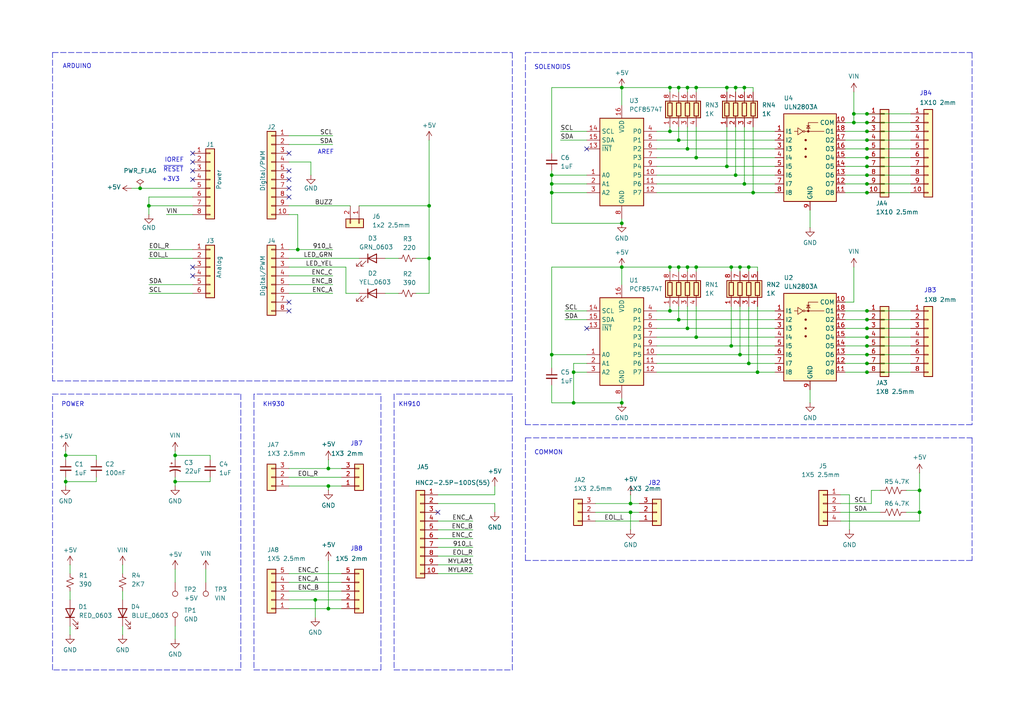
<source format=kicad_sch>
(kicad_sch (version 20250114) (generator "eeschema") (generator_version "9.0")
  (paper "A4")
  (title_block (title "AYAB arduino_shield_smd") (date "2025-04-16") (rev "1.5THT") (company "AYAB Project"))
  (text "ARDUINO" (at 22.352 19.304 0) (effects (font (size 1.27 1.27))))
  (text "KH910" (at 115.57 118.11 0) (effects (font (size 1.27 1.27)) (justify left bottom)))
  (text "SOLENOIDS" (at 154.94 20.32 0) (effects (font (size 1.27 1.27)) (justify left bottom)))
  (text "+3V3" (at 49.53 52.07 0) (effects (font (size 1.27 1.27))))
  (text "AREF" (at 94.488 44.196 0) (effects (font (size 1.27 1.27))))
  (text "JB8" (at 101.6 160.02 0) (effects (font (size 1.27 1.27)) (justify left bottom)))
  (text "JB3" (at 267.97 85.09 0) (effects (font (size 1.27 1.27)) (justify left bottom)))
  (text "~{RESET}" (at 50.292 49.276 0) (effects (font (size 1.27 1.27))))
  (text "JB4" (at 266.7 27.94 0) (effects (font (size 1.27 1.27)) (justify left bottom)))
  (text "POWER" (at 17.78 118.11 0) (effects (font (size 1.27 1.27)) (justify left bottom)))
  (text "JB2" (at 187.96 140.97 0) (effects (font (size 1.27 1.27)) (justify left bottom)))
  (text "COMMON" (at 154.94 132.08 0) (effects (font (size 1.27 1.27)) (justify left bottom)))
  (text "KH930" (at 76.2 118.11 0) (effects (font (size 1.27 1.27)) (justify left bottom)))
  (text "JB7" (at 101.6 129.54 0) (effects (font (size 1.27 1.27)) (justify left bottom)))
  (text "IOREF" (at 50.546 46.482 0) (effects (font (size 1.27 1.27))))
  (junction (at 199.39 77.47))
  (junction (at 199.39 25.4))
  (junction (at 166.37 116.84))
  (junction (at 160.02 55.88))
  (junction (at 214.63 102.87))
  (junction (at 40.64 54.61))
  (junction (at 218.44 55.88))
  (junction (at 124.46 59.69))
  (junction (at 160.02 53.34))
  (junction (at 180.34 116.84))
  (junction (at 214.63 77.47))
  (junction (at 50.8 139.7))
  (junction (at 219.71 107.95))
  (junction (at 251.46 38.1))
  (junction (at 201.93 97.79))
  (junction (at 180.34 64.77))
  (junction (at 251.46 107.95))
  (junction (at 201.93 45.72))
  (junction (at 251.46 53.34))
  (junction (at 180.34 25.4))
  (junction (at 217.17 77.47))
  (junction (at 160.02 50.8))
  (junction (at 251.46 105.41))
  (junction (at 196.85 25.4))
  (junction (at 213.36 25.4))
  (junction (at 251.46 48.26))
  (junction (at 210.82 25.4))
  (junction (at 196.85 92.71))
  (junction (at 251.46 90.17))
  (junction (at 124.46 74.93))
  (junction (at 199.39 43.18))
  (junction (at 19.05 132.08))
  (junction (at 160.02 102.87))
  (junction (at 251.46 95.25))
  (junction (at 213.36 50.8))
  (junction (at 217.17 105.41))
  (junction (at 212.09 100.33))
  (junction (at 196.85 40.64))
  (junction (at 215.9 25.4))
  (junction (at 251.46 35.56))
  (junction (at 251.46 45.72))
  (junction (at 91.44 173.99))
  (junction (at 251.46 55.88))
  (junction (at 247.65 33.02))
  (junction (at 251.46 40.64))
  (junction (at 166.37 107.95))
  (junction (at 194.31 38.1))
  (junction (at 194.31 25.4))
  (junction (at 196.85 77.47))
  (junction (at 247.65 35.56))
  (junction (at 182.88 148.59))
  (junction (at 201.93 77.47))
  (junction (at 95.25 140.97))
  (junction (at 86.36 72.39))
  (junction (at 19.05 139.7))
  (junction (at 199.39 95.25))
  (junction (at 95.25 135.89))
  (junction (at 180.34 77.47))
  (junction (at 266.7 148.59))
  (junction (at 43.18 59.69))
  (junction (at 251.46 50.8))
  (junction (at 182.88 146.05))
  (junction (at 194.31 90.17))
  (junction (at 50.8 132.08))
  (junction (at 210.82 48.26))
  (junction (at 194.31 77.47))
  (junction (at 251.46 97.79))
  (junction (at 201.93 25.4))
  (junction (at 212.09 77.47))
  (junction (at 266.7 142.24))
  (junction (at 251.46 33.02))
  (junction (at 251.46 102.87))
  (junction (at 215.9 53.34))
  (junction (at 251.46 92.71))
  (junction (at 251.46 100.33))
  (junction (at 95.25 176.53))
  (junction (at 251.46 43.18))
  (no_connect (at 55.88 46.99))
  (no_connect (at 55.88 80.01))
  (no_connect (at 83.82 87.63))
  (no_connect (at 127 148.59))
  (no_connect (at 83.82 52.07))
  (no_connect (at 170.18 95.25))
  (no_connect (at 170.18 43.18))
  (no_connect (at 55.88 52.07))
  (no_connect (at 83.82 57.15))
  (no_connect (at 83.82 90.17))
  (no_connect (at 55.88 44.45))
  (no_connect (at 55.88 77.47))
  (no_connect (at 83.82 49.53))
  (no_connect (at 55.88 49.53))
  (no_connect (at 83.82 54.61))
  (no_connect (at 83.82 44.45))
  (polyline (pts (xy 73.66 114.3) (xy 73.66 194.31)) (stroke (width 0) (type dash)))
  (wire (pts (xy 199.39 25.4) (xy 201.93 25.4)))
  (wire (pts (xy 245.11 92.71) (xy 251.46 92.71)))
  (wire (pts (xy 214.63 77.47) (xy 214.63 78.74)))
  (wire (pts (xy 143.51 140.97) (xy 143.51 143.51)))
  (wire (pts (xy 219.71 88.9) (xy 219.71 107.95)))
  (wire (pts (xy 99.06 140.97) (xy 95.25 140.97)))
  (wire (pts (xy 199.39 36.83) (xy 199.39 43.18)))
  (wire (pts (xy 160.02 77.47) (xy 180.34 77.47)))
  (wire (pts (xy 245.11 48.26) (xy 251.46 48.26)))
  (wire (pts (xy 127 151.13) (xy 137.16 151.13)))
  (wire (pts (xy 196.85 88.9) (xy 196.85 92.71)))
  (wire (pts (xy 245.11 102.87) (xy 251.46 102.87)))
  (wire (pts (xy 180.34 77.47) (xy 194.31 77.47)))
  (wire (pts (xy 219.71 77.47) (xy 219.71 78.74)))
  (wire (pts (xy 251.46 38.1) (xy 264.16 38.1)))
  (wire (pts (xy 185.42 151.13) (xy 172.72 151.13)))
  (wire (pts (xy 166.37 107.95) (xy 170.18 107.95)))
  (wire (pts (xy 194.31 38.1) (xy 190.5 38.1)))
  (wire (pts (xy 182.88 148.59) (xy 182.88 153.67)))
  (wire (pts (xy 127 161.29) (xy 137.16 161.29)))
  (polyline (pts (xy 69.85 114.3) (xy 69.85 194.31)) (stroke (width 0) (type dash)))
  (wire (pts (xy 199.39 77.47) (xy 199.39 78.74)))
  (wire (pts (xy 166.37 116.84) (xy 180.34 116.84)))
  (wire (pts (xy 50.8 139.7) (xy 50.8 140.97)))
  (wire (pts (xy 190.5 48.26) (xy 210.82 48.26)))
  (wire (pts (xy 19.05 132.08) (xy 19.05 133.35)))
  (wire (pts (xy 201.93 25.4) (xy 201.93 26.67)))
  (wire (pts (xy 234.95 60.96) (xy 234.95 66.04)))
  (polyline (pts (xy 114.3 114.3) (xy 114.3 194.31)) (stroke (width 0) (type dash)))
  (wire (pts (xy 201.93 77.47) (xy 212.09 77.47)))
  (wire (pts (xy 38.1 54.61) (xy 40.64 54.61)))
  (wire (pts (xy 60.96 133.35) (xy 60.96 132.08)))
  (wire (pts (xy 252.73 142.24) (xy 252.73 146.05)))
  (wire (pts (xy 180.34 77.47) (xy 180.34 82.55)))
  (wire (pts (xy 83.82 41.91) (xy 96.52 41.91)))
  (wire (pts (xy 180.34 25.4) (xy 180.34 30.48)))
  (wire (pts (xy 251.46 100.33) (xy 264.16 100.33)))
  (wire (pts (xy 124.46 74.93) (xy 124.46 85.09)))
  (wire (pts (xy 35.56 171.45) (xy 35.56 173.99)))
  (polyline (pts (xy 281.94 127) (xy 281.94 162.56)) (stroke (width 0) (type dash)))
  (wire (pts (xy 160.02 50.8) (xy 170.18 50.8)))
  (wire (pts (xy 162.56 38.1) (xy 170.18 38.1)))
  (wire (pts (xy 247.65 33.02) (xy 251.46 33.02)))
  (wire (pts (xy 212.09 100.33) (xy 224.79 100.33)))
  (wire (pts (xy 83.82 85.09) (xy 96.52 85.09)))
  (wire (pts (xy 99.06 171.45) (xy 83.82 171.45)))
  (wire (pts (xy 245.11 105.41) (xy 251.46 105.41)))
  (wire (pts (xy 199.39 25.4) (xy 199.39 26.67)))
  (wire (pts (xy 190.5 102.87) (xy 214.63 102.87)))
  (wire (pts (xy 194.31 77.47) (xy 196.85 77.47)))
  (wire (pts (xy 243.84 143.51) (xy 246.38 143.51)))
  (wire (pts (xy 213.36 50.8) (xy 224.79 50.8)))
  (wire (pts (xy 264.16 53.34) (xy 251.46 53.34)))
  (wire (pts (xy 160.02 55.88) (xy 160.02 64.77)))
  (wire (pts (xy 190.5 40.64) (xy 196.85 40.64)))
  (wire (pts (xy 264.16 43.18) (xy 251.46 43.18)))
  (wire (pts (xy 194.31 25.4) (xy 194.31 26.67)))
  (wire (pts (xy 266.7 142.24) (xy 266.7 148.59)))
  (wire (pts (xy 196.85 40.64) (xy 224.79 40.64)))
  (polyline (pts (xy 15.24 15.24) (xy 148.59 15.24)) (stroke (width 0) (type dash)))
  (wire (pts (xy 83.82 140.97) (xy 95.25 140.97)))
  (wire (pts (xy 95.25 140.97) (xy 95.25 142.24)))
  (wire (pts (xy 247.65 35.56) (xy 251.46 35.56)))
  (wire (pts (xy 199.39 43.18) (xy 224.79 43.18)))
  (wire (pts (xy 160.02 53.34) (xy 160.02 55.88)))
  (wire (pts (xy 210.82 36.83) (xy 210.82 48.26)))
  (wire (pts (xy 245.11 45.72) (xy 251.46 45.72)))
  (wire (pts (xy 262.89 142.24) (xy 266.7 142.24)))
  (polyline (pts (xy 15.24 194.31) (xy 15.24 114.3)) (stroke (width 0) (type dash)))
  (wire (pts (xy 43.18 59.69) (xy 55.88 59.69)))
  (wire (pts (xy 247.65 33.02) (xy 247.65 35.56)))
  (wire (pts (xy 95.25 133.35) (xy 95.25 135.89)))
  (wire (pts (xy 163.83 92.71) (xy 170.18 92.71)))
  (wire (pts (xy 218.44 36.83) (xy 218.44 55.88)))
  (wire (pts (xy 194.31 36.83) (xy 194.31 38.1)))
  (wire (pts (xy 160.02 25.4) (xy 180.34 25.4)))
  (wire (pts (xy 194.31 90.17) (xy 224.79 90.17)))
  (wire (pts (xy 120.65 74.93) (xy 124.46 74.93)))
  (wire (pts (xy 190.5 107.95) (xy 219.71 107.95)))
  (polyline (pts (xy 148.59 114.3) (xy 114.3 114.3)) (stroke (width 0) (type dash)))
  (wire (pts (xy 35.56 163.83) (xy 35.56 166.37)))
  (wire (pts (xy 194.31 88.9) (xy 194.31 90.17)))
  (wire (pts (xy 50.8 138.43) (xy 50.8 139.7)))
  (wire (pts (xy 199.39 88.9) (xy 199.39 95.25)))
  (wire (pts (xy 55.88 57.15) (xy 43.18 57.15)))
  (wire (pts (xy 111.76 74.93) (xy 115.57 74.93)))
  (wire (pts (xy 215.9 36.83) (xy 215.9 53.34)))
  (wire (pts (xy 83.82 72.39) (xy 86.36 72.39)))
  (wire (pts (xy 20.32 171.45) (xy 20.32 173.99)))
  (wire (pts (xy 160.02 111.76) (xy 160.02 116.84)))
  (wire (pts (xy 86.36 72.39) (xy 96.52 72.39)))
  (wire (pts (xy 19.05 130.81) (xy 19.05 132.08)))
  (wire (pts (xy 50.8 132.08) (xy 60.96 132.08)))
  (wire (pts (xy 83.82 77.47) (xy 100.33 77.47)))
  (wire (pts (xy 127 158.75) (xy 137.16 158.75)))
  (wire (pts (xy 43.18 59.69) (xy 43.18 62.23)))
  (wire (pts (xy 160.02 102.87) (xy 170.18 102.87)))
  (wire (pts (xy 190.5 43.18) (xy 199.39 43.18)))
  (wire (pts (xy 217.17 88.9) (xy 217.17 105.41)))
  (wire (pts (xy 243.84 148.59) (xy 255.27 148.59)))
  (wire (pts (xy 251.46 102.87) (xy 264.16 102.87)))
  (wire (pts (xy 50.8 181.61) (xy 50.8 185.42)))
  (wire (pts (xy 100.33 85.09) (xy 104.14 85.09)))
  (wire (pts (xy 245.11 97.79) (xy 251.46 97.79)))
  (wire (pts (xy 215.9 25.4) (xy 215.9 26.67)))
  (polyline (pts (xy 152.4 162.56) (xy 152.4 127)) (stroke (width 0) (type dash)))
  (wire (pts (xy 27.94 138.43) (xy 27.94 139.7)))
  (wire (pts (xy 19.05 139.7) (xy 19.05 140.97)))
  (wire (pts (xy 245.11 38.1) (xy 251.46 38.1)))
  (wire (pts (xy 245.11 53.34) (xy 251.46 53.34)))
  (wire (pts (xy 196.85 77.47) (xy 196.85 78.74)))
  (wire (pts (xy 251.46 92.71) (xy 264.16 92.71)))
  (wire (pts (xy 162.56 40.64) (xy 170.18 40.64)))
  (wire (pts (xy 170.18 90.17) (xy 163.83 90.17)))
  (wire (pts (xy 251.46 105.41) (xy 264.16 105.41)))
  (wire (pts (xy 182.88 146.05) (xy 182.88 143.51)))
  (wire (pts (xy 215.9 25.4) (xy 218.44 25.4)))
  (wire (pts (xy 201.93 45.72) (xy 224.79 45.72)))
  (wire (pts (xy 83.82 135.89) (xy 95.25 135.89)))
  (wire (pts (xy 247.65 87.63) (xy 245.11 87.63)))
  (wire (pts (xy 50.8 165.1) (xy 50.8 168.91)))
  (wire (pts (xy 83.82 59.69) (xy 101.6 59.69)))
  (wire (pts (xy 251.46 97.79) (xy 264.16 97.79)))
  (wire (pts (xy 214.63 88.9) (xy 214.63 102.87)))
  (polyline (pts (xy 69.85 194.31) (xy 15.24 194.31)) (stroke (width 0) (type dash)))
  (wire (pts (xy 201.93 88.9) (xy 201.93 97.79)))
  (wire (pts (xy 264.16 50.8) (xy 251.46 50.8)))
  (wire (pts (xy 35.56 181.61) (xy 35.56 184.15)))
  (wire (pts (xy 48.26 62.23) (xy 55.88 62.23)))
  (wire (pts (xy 196.85 25.4) (xy 199.39 25.4)))
  (wire (pts (xy 99.06 173.99) (xy 91.44 173.99)))
  (wire (pts (xy 212.09 77.47) (xy 214.63 77.47)))
  (wire (pts (xy 160.02 53.34) (xy 170.18 53.34)))
  (wire (pts (xy 243.84 151.13) (xy 266.7 151.13)))
  (wire (pts (xy 245.11 43.18) (xy 251.46 43.18)))
  (wire (pts (xy 160.02 102.87) (xy 160.02 106.68)))
  (polyline (pts (xy 148.59 15.24) (xy 148.59 110.49)) (stroke (width 0) (type dash)))
  (wire (pts (xy 180.34 115.57) (xy 180.34 116.84)))
  (wire (pts (xy 245.11 90.17) (xy 251.46 90.17)))
  (wire (pts (xy 143.51 146.05) (xy 127 146.05)))
  (wire (pts (xy 251.46 107.95) (xy 264.16 107.95)))
  (wire (pts (xy 266.7 137.16) (xy 266.7 142.24)))
  (polyline (pts (xy 281.94 123.19) (xy 152.4 123.19)) (stroke (width 0) (type dash)))
  (wire (pts (xy 212.09 88.9) (xy 212.09 100.33)))
  (wire (pts (xy 218.44 55.88) (xy 224.79 55.88)))
  (wire (pts (xy 190.5 100.33) (xy 212.09 100.33)))
  (wire (pts (xy 190.5 50.8) (xy 213.36 50.8)))
  (wire (pts (xy 215.9 53.34) (xy 224.79 53.34)))
  (wire (pts (xy 190.5 90.17) (xy 194.31 90.17)))
  (wire (pts (xy 160.02 44.45) (xy 160.02 25.4)))
  (wire (pts (xy 19.05 138.43) (xy 19.05 139.7)))
  (wire (pts (xy 143.51 146.05) (xy 143.51 148.59)))
  (polyline (pts (xy 152.4 127) (xy 281.94 127)) (stroke (width 0) (type dash)))
  (wire (pts (xy 234.95 113.03) (xy 234.95 116.84)))
  (wire (pts (xy 210.82 25.4) (xy 213.36 25.4)))
  (wire (pts (xy 201.93 36.83) (xy 201.93 45.72)))
  (wire (pts (xy 252.73 146.05) (xy 243.84 146.05)))
  (wire (pts (xy 210.82 48.26) (xy 224.79 48.26)))
  (wire (pts (xy 196.85 25.4) (xy 196.85 26.67)))
  (wire (pts (xy 160.02 116.84) (xy 166.37 116.84)))
  (polyline (pts (xy 15.24 110.49) (xy 15.24 15.24)) (stroke (width 0) (type dash)))
  (wire (pts (xy 90.17 46.99) (xy 90.17 50.8)))
  (wire (pts (xy 127 163.83) (xy 137.16 163.83)))
  (wire (pts (xy 83.82 62.23) (xy 86.36 62.23)))
  (wire (pts (xy 83.82 166.37) (xy 99.06 166.37)))
  (wire (pts (xy 127 153.67) (xy 137.16 153.67)))
  (wire (pts (xy 127 166.37) (xy 137.16 166.37)))
  (wire (pts (xy 247.65 87.63) (xy 247.65 77.47)))
  (wire (pts (xy 83.82 74.93) (xy 104.14 74.93)))
  (wire (pts (xy 83.82 168.91) (xy 99.06 168.91)))
  (wire (pts (xy 166.37 105.41) (xy 166.37 107.95)))
  (wire (pts (xy 245.11 40.64) (xy 251.46 40.64)))
  (wire (pts (xy 170.18 105.41) (xy 166.37 105.41)))
  (wire (pts (xy 111.76 85.09) (xy 115.57 85.09)))
  (wire (pts (xy 99.06 135.89) (xy 95.25 135.89)))
  (wire (pts (xy 245.11 95.25) (xy 251.46 95.25)))
  (wire (pts (xy 224.79 38.1) (xy 194.31 38.1)))
  (wire (pts (xy 55.88 72.39) (xy 43.18 72.39)))
  (wire (pts (xy 160.02 49.53) (xy 160.02 50.8)))
  (wire (pts (xy 27.94 133.35) (xy 27.94 132.08)))
  (wire (pts (xy 43.18 57.15) (xy 43.18 59.69)))
  (wire (pts (xy 219.71 107.95) (xy 224.79 107.95)))
  (polyline (pts (xy 15.24 114.3) (xy 69.85 114.3)) (stroke (width 0) (type dash)))
  (wire (pts (xy 100.33 77.47) (xy 100.33 85.09)))
  (wire (pts (xy 245.11 107.95) (xy 251.46 107.95)))
  (wire (pts (xy 245.11 35.56) (xy 247.65 35.56)))
  (wire (pts (xy 86.36 62.23) (xy 86.36 72.39)))
  (wire (pts (xy 214.63 102.87) (xy 224.79 102.87)))
  (wire (pts (xy 95.25 176.53) (xy 99.06 176.53)))
  (wire (pts (xy 217.17 77.47) (xy 217.17 78.74)))
  (wire (pts (xy 50.8 130.81) (xy 50.8 132.08)))
  (wire (pts (xy 50.8 139.7) (xy 60.96 139.7)))
  (wire (pts (xy 212.09 78.74) (xy 212.09 77.47)))
  (wire (pts (xy 262.89 148.59) (xy 266.7 148.59)))
  (wire (pts (xy 190.5 92.71) (xy 196.85 92.71)))
  (wire (pts (xy 251.46 33.02) (xy 264.16 33.02)))
  (wire (pts (xy 20.32 163.83) (xy 20.32 166.37)))
  (polyline (pts (xy 110.49 194.31) (xy 110.49 114.3)) (stroke (width 0) (type dash)))
  (wire (pts (xy 252.73 142.24) (xy 255.27 142.24)))
  (wire (pts (xy 251.46 95.25) (xy 264.16 95.25)))
  (wire (pts (xy 160.02 50.8) (xy 160.02 53.34)))
  (wire (pts (xy 199.39 95.25) (xy 224.79 95.25)))
  (wire (pts (xy 124.46 59.69) (xy 124.46 74.93)))
  (polyline (pts (xy 152.4 15.24) (xy 281.94 15.24)) (stroke (width 0) (type dash)))
  (polyline (pts (xy 281.94 162.56) (xy 152.4 162.56)) (stroke (width 0) (type dash)))
  (wire (pts (xy 196.85 77.47) (xy 199.39 77.47)))
  (polyline (pts (xy 148.59 194.31) (xy 148.59 114.3)) (stroke (width 0) (type dash)))
  (wire (pts (xy 180.34 63.5) (xy 180.34 64.77)))
  (wire (pts (xy 196.85 36.83) (xy 196.85 40.64)))
  (wire (pts (xy 251.46 48.26) (xy 264.16 48.26)))
  (wire (pts (xy 91.44 173.99) (xy 83.82 173.99)))
  (wire (pts (xy 59.69 165.1) (xy 59.69 168.91)))
  (wire (pts (xy 172.72 146.05) (xy 182.88 146.05)))
  (wire (pts (xy 83.82 138.43) (xy 99.06 138.43)))
  (wire (pts (xy 214.63 77.47) (xy 217.17 77.47)))
  (wire (pts (xy 50.8 132.08) (xy 50.8 133.35)))
  (wire (pts (xy 251.46 40.64) (xy 264.16 40.64)))
  (wire (pts (xy 247.65 26.67) (xy 247.65 33.02)))
  (wire (pts (xy 143.51 143.51) (xy 127 143.51)))
  (wire (pts (xy 251.46 45.72) (xy 264.16 45.72)))
  (wire (pts (xy 217.17 77.47) (xy 219.71 77.47)))
  (wire (pts (xy 218.44 25.4) (xy 218.44 26.67)))
  (polyline (pts (xy 110.49 114.3) (xy 73.66 114.3)) (stroke (width 0) (type dash)))
  (wire (pts (xy 40.64 54.61) (xy 55.88 54.61)))
  (wire (pts (xy 104.14 59.69) (xy 124.46 59.69)))
  (wire (pts (xy 60.96 138.43) (xy 60.96 139.7)))
  (wire (pts (xy 217.17 105.41) (xy 224.79 105.41)))
  (wire (pts (xy 264.16 55.88) (xy 251.46 55.88)))
  (wire (pts (xy 194.31 25.4) (xy 196.85 25.4)))
  (wire (pts (xy 213.36 25.4) (xy 213.36 26.67)))
  (wire (pts (xy 182.88 148.59) (xy 185.42 148.59)))
  (polyline (pts (xy 73.66 194.31) (xy 110.49 194.31)) (stroke (width 0) (type dash)))
  (wire (pts (xy 201.93 25.4) (xy 210.82 25.4)))
  (wire (pts (xy 190.5 45.72) (xy 201.93 45.72)))
  (wire (pts (xy 210.82 25.4) (xy 210.82 26.67)))
  (wire (pts (xy 194.31 78.74) (xy 194.31 77.47)))
  (wire (pts (xy 199.39 77.47) (xy 201.93 77.47)))
  (wire (pts (xy 19.05 132.08) (xy 27.94 132.08)))
  (wire (pts (xy 201.93 97.79) (xy 224.79 97.79)))
  (wire (pts (xy 172.72 148.59) (xy 182.88 148.59)))
  (wire (pts (xy 127 156.21) (xy 137.16 156.21)))
  (wire (pts (xy 245.11 55.88) (xy 251.46 55.88)))
  (polyline (pts (xy 148.59 110.49) (xy 15.24 110.49)) (stroke (width 0) (type dash)))
  (wire (pts (xy 245.11 50.8) (xy 251.46 50.8)))
  (wire (pts (xy 213.36 25.4) (xy 215.9 25.4)))
  (wire (pts (xy 190.5 97.79) (xy 201.93 97.79)))
  (wire (pts (xy 83.82 46.99) (xy 90.17 46.99)))
  (wire (pts (xy 201.93 78.74) (xy 201.93 77.47)))
  (wire (pts (xy 95.25 176.53) (xy 83.82 176.53)))
  (wire (pts (xy 190.5 53.34) (xy 215.9 53.34)))
  (wire (pts (xy 95.25 162.56) (xy 95.25 176.53)))
  (wire (pts (xy 91.44 179.07) (xy 91.44 173.99)))
  (wire (pts (xy 83.82 80.01) (xy 96.52 80.01)))
  (wire (pts (xy 19.05 139.7) (xy 27.94 139.7)))
  (wire (pts (xy 246.38 143.51) (xy 246.38 153.67)))
  (wire (pts (xy 190.5 105.41) (xy 217.17 105.41)))
  (wire (pts (xy 166.37 107.95) (xy 166.37 116.84)))
  (wire (pts (xy 55.88 82.55) (xy 43.18 82.55)))
  (wire (pts (xy 43.18 74.93) (xy 55.88 74.93)))
  (polyline (pts (xy 114.3 194.31) (xy 148.59 194.31)) (stroke (width 0) (type dash)))
  (polyline (pts (xy 152.4 123.19) (xy 152.4 15.24)) (stroke (width 0) (type dash)))
  (wire (pts (xy 266.7 148.59) (xy 266.7 151.13)))
  (wire (pts (xy 213.36 36.83) (xy 213.36 50.8)))
  (wire (pts (xy 180.34 25.4) (xy 194.31 25.4)))
  (wire (pts (xy 120.65 85.09) (xy 124.46 85.09)))
  (wire (pts (xy 160.02 64.77) (xy 180.34 64.77)))
  (wire (pts (xy 251.46 35.56) (xy 264.16 35.56)))
  (wire (pts (xy 43.18 85.09) (xy 55.88 85.09)))
  (wire (pts (xy 83.82 39.37) (xy 96.52 39.37)))
  (wire (pts (xy 20.32 181.61) (xy 20.32 184.15)))
  (wire (pts (xy 245.11 100.33) (xy 251.46 100.33)))
  (wire (pts (xy 160.02 77.47) (xy 160.02 102.87)))
  (wire (pts (xy 196.85 92.71) (xy 224.79 92.71)))
  (polyline (pts (xy 281.94 15.24) (xy 281.94 123.19)) (stroke (width 0) (type dash)))
  (wire (pts (xy 182.88 146.05) (xy 185.42 146.05)))
  (wire (pts (xy 160.02 55.88) (xy 170.18 55.88)))
  (wire (pts (xy 124.46 40.64) (xy 124.46 59.69)))
  (wire (pts (xy 83.82 82.55) (xy 96.52 82.55)))
  (wire (pts (xy 190.5 95.25) (xy 199.39 95.25)))
  (wire (pts (xy 190.5 55.88) (xy 218.44 55.88)))
  (wire (pts (xy 251.46 90.17) (xy 264.16 90.17)))
  (label "SCL" (at 43.18 85.09 0))
  (label "MYLAR1" (at 137.16 163.83 180))
  (label "ENC_A" (at 96.52 85.09 180))
  (label "ENC_B" (at 86.36 171.45 0))
  (label "ENC_B" (at 96.52 82.55 180))
  (label "SDA" (at 43.18 82.55 0))
  (label "ENC_B" (at 137.16 153.67 180))
  (label "EOL_R" (at 86.36 138.43 0))
  (label "SDA" (at 163.83 92.71 0))
  (label "SCL" (at 96.52 39.37 180))
  (label "EOL_R" (at 137.16 161.29 180))
  (label "SCL" (at 162.56 38.1 0))
  (label "VIN" (at 48.26 62.23 0))
  (label "LED_GRN" (at 96.52 74.93 180))
  (label "EOL_L" (at 175.26 151.13 0))
  (label "910_L" (at 137.16 158.75 180))
  (label "ENC_A" (at 137.16 151.13 180))
  (label "EOL_R" (at 43.18 72.39 0))
  (label "EOL_L" (at 43.18 74.93 0))
  (label "ENC_C" (at 137.16 156.21 180))
  (label "ENC_C" (at 96.52 80.01 180))
  (label "SDA" (at 162.56 40.64 0))
  (label "SDA" (at 96.52 41.91 180))
  (label "ENC_A" (at 86.36 168.91 0))
  (label "BUZZ" (at 96.52 59.69 180))
  (label "SCL" (at 251.46 146.05 180))
  (label "910_L" (at 96.52 72.39 180))
  (label "MYLAR2" (at 137.16 166.37 180))
  (label "LED_YEL" (at 96.52 77.47 180))
  (label "ENC_C" (at 86.36 166.37 0))
  (label "SCL" (at 163.83 90.17 0))
  (label "SDA" (at 251.46 148.59 180))
  (symbol (lib_id "power:+15V") (at 50.8 130.81 0) (unit 1)
    (property "Reference" "#PWR014" (effects (hide yes)))
    (property "Value" "VIN" (at 50.8 127 0) (effects (justify bottom)))
    (property "Description" "Power symbol creates a global label with name \"+15V\"" (effects (hide yes)))
  )
  (symbol (lib_id "ayab-lib:Conn_01x08") (at 256.54 97.79 0) (unit 1)
    (property "Reference" "JA3" (at 254 111.76 0) (effects (justify left bottom)))
    (property "Value" "1X8 2.5mm" (at 254 114.3 0) (effects (justify left bottom)))
    (property "Footprint" "ayab-library:Molex_0022035085 or Hirose_HNC2_2.5P_8DS" (effects (hide yes)))
    (property "Description" "Generic connector, single row, 01x08, script generated (kicad-library-utils/schlib/autogen/connector/)" (effects (hide yes)))
    (property "Mfg" "Molex" (effects (hide yes)))
    (property "Mfg P/N" "99-99-0992" (effects (hide yes)))
  )
  (symbol (lib_id "ayab-lib:R_Small_US") (at 118.11 74.93 270) (unit 1)
    (property "Reference" "R3" (at 116.84 68.58 90) (effects (justify left top)))
    (property "Value" "220" (at 116.84 71.12 90) (effects (justify left top)))
    (property "Footprint" "Resistor_SMD:R_0805_2012Metric" (effects (hide yes)))
    (property "Description" "Resistor, small US symbol" (effects (hide yes)))
  )
  (symbol (lib_id "power:+5V") (at 143.51 140.97 0) (unit 1)
    (property "Reference" "#PWR011" (effects (hide yes)))
    (property "Value" "+5V" (at 143.51 137.414 0) (effects (justify bottom)))
    (property "Description" "Power symbol creates a global label with name \"+5V\"" (effects (hide yes)))
  )
  (symbol (lib_id "ayab-lib:Conn_01x03") (at 167.64 148.59 180) (unit 1)
    (property "Reference" "JA2" (at 166.37 138.43 0) (effects (justify right bottom)))
    (property "Value" "1X3 2.5mm" (at 166.37 140.97 0) (effects (justify right bottom)))
    (property "Footprint" "ayab-library:Molex_0022035035 or Hirose_HNC2-2.5P-3DS" (effects (hide yes)))
    (property "Description" "Generic connector, single row, 01x03, script generated (kicad-library-utils/schlib/autogen/connector/)" (effects (hide yes)))
    (property "Mfg" "Molex" (effects (hide yes)))
    (property "Mfg P/N" "99-99-0987" (effects (hide yes)))
  )
  (symbol (lib_id "ayab-lib:Conn_01x08") (at 60.96 52.07 0) (unit 1)
    (property "Reference" "J1" (at 60.96 41.91 0))
    (property "Value" "Power" (at 63.5 52.07 90))
    (property "Footprint" "Connector_PinHeader_2.54mm:PinHeader_1x08_P2.54mm_Vertical" (effects (hide yes)))
    (property "Mfg" "Molex" (effects (hide yes)))
    (property "Mfg P/N" "90120-0768" (effects (hide yes)))
  )
  (symbol (lib_id "ayab-lib:Conn_01x03") (at 78.74 138.43 180) (unit 1)
    (property "Reference" "JA7" (at 77.47 128.27 0) (effects (justify right bottom)))
    (property "Value" "1X3 2.5mm" (at 77.47 130.81 0) (effects (justify right bottom)))
    (property "Footprint" "ayab-library:Molex_SPOX_5267-03A_1x03_P2.50mm_Vertical" (effects (hide yes)))
    (property "Description" "Generic connector, single row, 01x03, script generated (kicad-library-utils/schlib/autogen/connector/)" (effects (hide yes)))
    (property "Mfg" "Molex" (effects (hide yes)))
    (property "Mfg P/N" "99-99-0987" (effects (hide yes)))
  )
  (symbol (lib_id "Device:C_Small") (at 19.05 135.89 0) (unit 1)
    (property "Reference" "C1" (at 21.59 134.6262 0) (effects (justify left)))
    (property "Value" "1uF" (at 21.59 137.1662 0) (effects (justify left)))
    (property "Footprint" "Capacitor_SMD:C_1206_3216Metric" (effects (hide yes)))
    (property "Description" "Unpolarized capacitor, small symbol" (effects (hide yes)))
  )
  (symbol (lib_id "ayab-lib:Conn_01x10") (at 256.54 43.18 0) (unit 1)
    (property "Reference" "JA4" (at 254 59.69 0) (effects (justify left bottom)))
    (property "Value" "1X10 2.5mm" (at 254 62.23 0) (effects (justify left bottom)))
    (property "Footprint" "ayab-library:Molex_0022035105 or Hirose_HNC2-2.5P-10DS" (effects (hide yes)))
    (property "Description" "Generic connector, single row, 01x10, script generated (kicad-library-utils/schlib/autogen/connector/)" (effects (hide yes)))
    (property "Mfg" "Molex" (effects (hide yes)))
    (property "Mfg P/N" "22-03-5105" (effects (hide yes)))
  )
  (symbol (lib_id "power:+15V") (at 247.65 26.67 0) (unit 1)
    (property "Reference" "#PWR06" (effects (hide yes)))
    (property "Value" "VIN" (at 247.65 22.86 0) (effects (justify bottom)))
    (property "Description" "Power symbol creates a global label with name \"+15V\"" (effects (hide yes)))
  )
  (symbol (lib_id "power:+5V") (at 50.8 165.1 0) (unit 1)
    (property "Reference" "#PWR038" (effects (hide yes)))
    (property "Value" "+5V" (at 50.8 161.544 0) (effects (justify bottom)))
    (property "Description" "Power symbol creates a global label with name \"+5V\"" (effects (hide yes)))
  )
  (symbol (lib_id "power:+5V") (at 38.1 54.61 90) (unit 1)
    (property "Reference" "#PWR021" (effects (hide yes)))
    (property "Value" "+5V" (at 35.052 54.2544 90) (effects (justify left)))
  )
  (symbol (lib_id "ayab-lib:Conn_01x08") (at 78.74 80.01 0) (mirror y) (unit 1)
    (property "Reference" "J4" (at 78.74 69.85 0))
    (property "Value" "Digital/PWM" (at 76.2 80.01 90))
    (property "Footprint" "Connector_PinHeader_2.54mm:PinHeader_1x08_P2.54mm_Vertical" (effects (hide yes)))
    (property "Mfg" "Molex" (effects (hide yes)))
    (property "Mfg P/N" "90120-0768" (effects (hide yes)))
  )
  (symbol (lib_id "power:+5V") (at 95.25 162.56 0) (unit 1)
    (property "Reference" "#PWR030" (effects (hide yes)))
    (property "Value" "+5V" (at 95.25 158.75 0) (effects (justify bottom)))
    (property "Description" "Power symbol creates a global label with name \"+5V\"" (effects (hide yes)))
  )
  (symbol (lib_id "ayab-lib:LED") (at 107.95 74.93 0) (unit 1)
    (property "Reference" "D3" (at 106.68 69.85 0) (effects (justify left bottom)))
    (property "Value" "GRN_0603" (at 104.14 72.39 0) (effects (justify left bottom)))
    (property "Footprint" "LED_SMD:LED_0805_2012Metric" (effects (hide yes)))
    (property "Description" "Light emitting diode" (effects (hide yes)))
  )
  (symbol (lib_id "power:+15V") (at 59.69 165.1 0) (unit 1)
    (property "Reference" "#PWR015" (effects (hide yes)))
    (property "Value" "VIN" (at 59.69 161.29 0) (effects (justify bottom)))
    (property "Description" "Power symbol creates a global label with name \"+15V\"" (effects (hide yes)))
  )
  (symbol (lib_id "Device:R_Pack04") (at 215.9 31.75 0) (unit 1)
    (property "Reference" "RN4" (at 220.98 30.4799 0) (effects (justify left)))
    (property "Value" "1K" (at 220.98 33.0199 0) (effects (justify left)))
    (property "Footprint" "Resistor_SMD:R_Array_Convex_4x0603" (effects (hide yes)))
    (property "Description" "4 resistor network, parallel topology" (effects (hide yes)))
  )
  (symbol (lib_id "power:GND") (at 50.8 185.42 0) (unit 1)
    (property "Reference" "#PWR036" (effects (hide yes)))
    (property "Value" "GND" (at 50.8 190.5 0) (effects (justify bottom)))
    (property "Description" "Power symbol creates a global label with name \"GND\" , ground" (effects (hide yes)))
  )
  (symbol (lib_id "ayab-lib:R_Small_US") (at 118.11 85.09 270) (unit 1)
    (property "Reference" "R2" (at 116.84 78.74 90) (effects (justify left top)))
    (property "Value" "390" (at 116.84 81.28 90) (effects (justify left top)))
    (property "Footprint" "Resistor_SMD:R_0805_2012Metric" (effects (hide yes)))
    (property "Description" "Resistor, small US symbol" (effects (hide yes)))
  )
  (symbol (lib_id "power:GND") (at 91.44 179.07 0) (unit 1)
    (property "Reference" "#PWR031" (effects (hide yes)))
    (property "Value" "GND" (at 91.44 184.15 0) (effects (justify bottom)))
    (property "Description" "Power symbol creates a global label with name \"GND\" , ground" (effects (hide yes)))
  )
  (symbol (lib_id "ayab-lib:Conn_01x06") (at 60.96 77.47 0) (unit 1)
    (property "Reference" "J3" (at 60.96 69.85 0))
    (property "Value" "Analog" (at 63.5 77.47 90))
    (property "Footprint" "Connector_PinHeader_2.54mm:PinHeader_1x06_P2.54mm_Vertical" (effects (hide yes)))
    (property "Mfg" "Molex" (effects (hide yes)))
    (property "Mfg P/N" "22-28-4061" (effects (hide yes)))
  )
  (symbol (lib_id "power:GND") (at 19.05 140.97 0) (unit 1)
    (property "Reference" "#PWR027" (effects (hide yes)))
    (property "Value" "GND" (at 19.05 146.05 0) (effects (justify bottom)))
    (property "Description" "Power symbol creates a global label with name \"GND\" , ground" (effects (hide yes)))
  )
  (symbol (lib_id "power:+5V") (at 124.46 40.64 0) (unit 1)
    (property "Reference" "#PWR037" (effects (hide yes)))
    (property "Value" "+5V" (at 124.46 37.084 0) (effects (justify bottom)))
    (property "Description" "Power symbol creates a global label with name \"+5V\"" (effects (hide yes)))
  )
  (symbol (lib_id "power:GND") (at 50.8 140.97 0) (unit 1)
    (property "Reference" "#PWR026" (effects (hide yes)))
    (property "Value" "GND" (at 50.8 146.05 0) (effects (justify bottom)))
    (property "Description" "Power symbol creates a global label with name \"GND\" , ground" (effects (hide yes)))
  )
  (symbol (lib_id "Interface_Expansion:PCF8574T") (at 180.34 97.79 0) (unit 1)
    (property "Reference" "U1" (at 182.4833 81.28 0) (effects (justify left)))
    (property "Value" "PCF8574T" (at 182.4833 83.82 0) (effects (justify left)))
    (property "Footprint" "Package_SO:SOIC-16W_7.5x10.3mm_P1.27mm" (effects (hide yes)))
    (property "Datasheet" "http://www.nxp.com/docs/en/data-sheet/PCF8574_PCF8574A.pdf" (effects (hide yes)))
    (property "Description" "8 Bit Port/Expander to I2C Bus, fixed address bits 0b0100, SOIC-16" (effects (hide yes)))
  )
  (symbol (lib_id "power:GND") (at 143.51 148.59 0) (unit 1)
    (property "Reference" "#PWR019" (effects (hide yes)))
    (property "Value" "GND" (at 143.51 153.67 0) (effects (justify bottom)))
    (property "Description" "Power symbol creates a global label with name \"GND\" , ground" (effects (hide yes)))
  )
  (symbol (lib_id "power:+5V") (at 266.7 137.16 0) (mirror y) (unit 1)
    (property "Reference" "#PWR034" (effects (hide yes)))
    (property "Value" "+5V" (at 266.7 133.35 0) (effects (justify bottom)))
    (property "Description" "Power symbol creates a global label with name \"+5V\"" (effects (hide yes)))
  )
  (symbol (lib_id "power:+5V") (at 182.88 143.51 0) (unit 1)
    (property "Reference" "#PWR016" (effects (hide yes)))
    (property "Value" "+5V" (at 182.88 139.7 0) (effects (justify bottom)))
    (property "Description" "Power symbol creates a global label with name \"+5V\"" (effects (hide yes)))
  )
  (symbol (lib_id "power:GND") (at 182.88 153.67 0) (unit 1)
    (property "Reference" "#PWR018" (effects (hide yes)))
    (property "Value" "GND" (at 182.88 158.75 0) (effects (justify bottom)))
    (property "Description" "Power symbol creates a global label with name \"GND\" , ground" (effects (hide yes)))
  )
  (symbol (lib_id "Device:R_US") (at 259.08 148.59 90) (unit 1)
    (property "Reference" "R6" (at 257.81 146.05 90))
    (property "Value" "4.7K" (at 261.62 146.05 90))
    (property "Footprint" "Resistor_SMD:R_0805_2012Metric" (effects (hide yes)))
    (property "Description" "Resistor, US symbol" (effects (hide yes)))
  )
  (symbol (lib_id "ayab-lib:Conn_01x05") (at 104.14 171.45 0) (mirror x) (unit 1)
    (property "Reference" "JB8" (effects (hide yes)))
    (property "Value" "1X5 2mm" (at 106.68 161.29 0) (effects (justify right bottom)))
    (property "Footprint" "ayab-library:CONN-TH_A2004WV-5P" (effects (hide yes)))
    (property "Description" "Generic connector, single row, 01x05, script generated (kicad-library-utils/schlib/autogen/connector/)" (effects (hide yes)))
    (property "Mfg" "Molex" (effects (hide yes)))
    (property "Mfg P/N" "53015-0510" (effects (hide yes)))
    (property "LCSC ID" "C225243" (effects (hide yes)))
    (property "OEM" "CJT(Changjiang Connectors)" (effects (hide yes)))
    (property "OEM PN" "A2004WV-5P" (effects (hide yes)))
  )
  (symbol (lib_id "ayab-lib:ULN2803A") (at 234.95 95.25 0) (unit 1)
    (property "Reference" "U2" (at 227.33 81.28 0) (effects (justify left bottom)))
    (property "Value" "ULN2803A" (at 227.33 83.82 0) (effects (justify left bottom)))
    (property "Footprint" "Package_SO:SOIC-18W_7.5x11.6mm_P1.27mm" (effects (hide yes)))
    (property "Datasheet" "http://www.ti.com/lit/ds/symlink/uln2803a.pdf" (effects (hide yes)))
    (property "Description" "Darlington Transistor Arrays, SOIC18/DIP18" (effects (hide yes)))
    (property "Mfg" "STMicroelectronics" (effects (hide yes)))
    (property "Mfg P/N" "ULN2803A " (effects (hide yes)))
  )
  (symbol (lib_id "power:GND") (at 43.18 62.23 0) (unit 1)
    (property "Reference" "#PWR025" (effects (hide yes)))
    (property "Value" "GND" (at 43.18 66.04 0))
  )
  (symbol (lib_id "power:GND") (at 234.95 116.84 0) (unit 1)
    (property "Reference" "#PWR09" (effects (hide yes)))
    (property "Value" "GND" (at 234.95 121.92 0) (effects (justify bottom)))
    (property "Description" "Power symbol creates a global label with name \"GND\" , ground" (effects (hide yes)))
  )
  (symbol (lib_id "power:+15V") (at 247.65 77.47 0) (unit 1)
    (property "Reference" "#PWR010" (effects (hide yes)))
    (property "Value" "VIN" (at 247.65 73.66 0) (effects (justify bottom)))
    (property "Description" "Power symbol creates a global label with name \"+15V\"" (effects (hide yes)))
  )
  (symbol (lib_id "Device:C_Small") (at 160.02 109.22 0) (unit 1)
    (property "Reference" "C5" (at 162.56 107.9562 0) (effects (justify left)))
    (property "Value" "1uF" (at 162.56 110.4962 0) (effects (justify left)))
    (property "Footprint" "Capacitor_SMD:C_1206_3216Metric" (effects (hide yes)))
    (property "Description" "Unpolarized capacitor, small symbol" (effects (hide yes)))
  )
  (symbol (lib_id "power:GND") (at 90.17 50.8 0) (unit 1)
    (property "Reference" "#PWR032" (effects (hide yes)))
    (property "Value" "GND" (at 90.17 54.61 0))
  )
  (symbol (lib_id "power:+5V") (at 20.32 163.83 0) (unit 1)
    (property "Reference" "#PWR022" (effects (hide yes)))
    (property "Value" "+5V" (at 20.32 160.274 0) (effects (justify bottom)))
    (property "Description" "Power symbol creates a global label with name \"+5V\"" (effects (hide yes)))
  )
  (symbol (lib_id "ayab-lib:Conn_01x05") (at 78.74 171.45 180) (unit 1)
    (property "Reference" "JA8" (at 77.47 158.75 0) (effects (justify right bottom)))
    (property "Value" "1X5 2.5mm" (at 77.47 161.29 0) (effects (justify right bottom)))
    (property "Footprint" "ayab-library:Molex_SPOX_5267-05A_1x05_P2.50mm_Vertical" (effects (hide yes)))
    (property "Description" "Generic connector, single row, 01x05, script generated (kicad-library-utils/schlib/autogen/connector/)" (effects (hide yes)))
    (property "Mfg" "Molex" (effects (hide yes)))
    (property "Mfg P/N" "99-99-0989" (effects (hide yes)))
  )
  (symbol (lib_id "Device:R_Pack04") (at 199.39 31.75 0) (unit 1)
    (property "Reference" "RN3" (at 204.47 30.4799 0) (effects (justify left)))
    (property "Value" "1K" (at 204.47 33.0199 0) (effects (justify left)))
    (property "Footprint" "Resistor_SMD:R_Array_Convex_4x0603" (effects (hide yes)))
    (property "Description" "4 resistor network, parallel topology" (effects (hide yes)))
  )
  (symbol (lib_id "ayab-lib:ULN2803A") (at 234.95 43.18 0) (unit 1)
    (property "Reference" "U4" (at 227.33 29.21 0) (effects (justify left bottom)))
    (property "Value" "ULN2803A" (at 227.33 31.75 0) (effects (justify left bottom)))
    (property "Footprint" "Package_SO:SOIC-18W_7.5x11.6mm_P1.27mm" (effects (hide yes)))
    (property "Datasheet" "http://www.ti.com/lit/ds/symlink/uln2803a.pdf" (effects (hide yes)))
    (property "Description" "Darlington Transistor Arrays, SOIC18" (effects (hide yes)))
    (property "Mfg" "STMicroelectronics" (effects (hide yes)))
    (property "Mfg P/N" "ULN2803A " (effects (hide yes)))
  )
  (symbol (lib_id "power:PWR_FLAG") (at 40.64 54.61 0) (unit 1)
    (property "Reference" "#FLG01" (effects (hide yes)))
    (property "Value" "PWR_FLAG" (at 40.64 49.53 0))
    (property "Description" "Special symbol for telling ERC where power comes from" (effects (hide yes)))
  )
  (symbol (lib_id "power:GND") (at 95.25 142.24 0) (unit 1)
    (property "Reference" "#PWR029" (effects (hide yes)))
    (property "Value" "GND" (at 95.25 147.32 0) (effects (justify bottom)))
    (property "Description" "Power symbol creates a global label with name \"GND\" , ground" (effects (hide yes)))
  )
  (symbol (lib_id "Device:R_Pack04") (at 199.39 83.82 0) (unit 1)
    (property "Reference" "RN1" (at 204.47 82.5499 0) (effects (justify left)))
    (property "Value" "1K" (at 204.47 85.0899 0) (effects (justify left)))
    (property "Footprint" "Resistor_SMD:R_Array_Convex_4x0603" (effects (hide yes)))
    (property "Description" "4 resistor network, parallel topology" (effects (hide yes)))
  )
  (symbol (lib_id "Connector:TestPoint") (at 50.8 181.61 0) (unit 1)
    (property "Reference" "TP1" (at 53.34 177.0379 0) (effects (justify left)))
    (property "Value" "GND" (at 53.34 179.5779 0) (effects (justify left)))
    (property "Footprint" "TestPoint:TestPoint_THTPad_3.0x3.0mm_Drill1.5mm" (effects (hide yes)))
    (property "Description" "test point" (effects (hide yes)))
  )
  (symbol (lib_id "power:GND") (at 20.32 184.15 0) (unit 1)
    (property "Reference" "#PWR023" (effects (hide yes)))
    (property "Value" "GND" (at 20.32 189.23 0) (effects (justify bottom)))
    (property "Description" "Power symbol creates a global label with name \"GND\" , ground" (effects (hide yes)))
  )
  (symbol (lib_id "power:+5V") (at 180.34 25.4 0) (unit 1)
    (property "Reference" "#PWR012" (effects (hide yes)))
    (property "Value" "+5V" (at 180.34 21.844 0) (effects (justify bottom)))
    (property "Description" "Power symbol creates a global label with name \"+5V\"" (effects (hide yes)))
  )
  (symbol (lib_id "power:GND") (at 35.56 184.15 0) (unit 1)
    (property "Reference" "#PWR040" (effects (hide yes)))
    (property "Value" "GND" (at 35.56 189.23 0) (effects (justify bottom)))
    (property "Description" "Power symbol creates a global label with name \"GND\" , ground" (effects (hide yes)))
  )
  (symbol (lib_id "Connector:TestPoint") (at 59.69 168.91 180) (unit 1)
    (property "Reference" "TP3" (at 62.23 170.9419 0) (effects (justify right)))
    (property "Value" "VIN" (at 62.23 173.4819 0) (effects (justify right)))
    (property "Footprint" "TestPoint:TestPoint_THTPad_3.0x3.0mm_Drill1.5mm" (effects (hide yes)))
    (property "Description" "test point" (effects (hide yes)))
  )
  (symbol (lib_id "Device:R_US") (at 259.08 142.24 90) (unit 1)
    (property "Reference" "R5" (at 257.81 139.7 90))
    (property "Value" "4.7K" (at 261.62 139.7 90))
    (property "Footprint" "Resistor_SMD:R_0805_2012Metric" (effects (hide yes)))
    (property "Description" "Resistor, US symbol" (effects (hide yes)))
  )
  (symbol (lib_id "power:+5V") (at 180.34 77.47 0) (unit 1)
    (property "Reference" "#PWR013" (effects (hide yes)))
    (property "Value" "+5V" (at 180.34 73.914 0) (effects (justify bottom)))
    (property "Description" "Power symbol creates a global label with name \"+5V\"" (effects (hide yes)))
  )
  (symbol (lib_id "power:GND") (at 180.34 64.77 0) (unit 1)
    (property "Reference" "#PWR020" (effects (hide yes)))
    (property "Value" "GND" (at 180.34 69.85 0) (effects (justify bottom)))
    (property "Description" "Power symbol creates a global label with name \"GND\" , ground" (effects (hide yes)))
  )
  (symbol (lib_id "Device:C_Small") (at 160.02 46.99 0) (unit 1)
    (property "Reference" "C6" (at 162.56 45.7262 0) (effects (justify left)))
    (property "Value" "1uF" (at 162.56 48.2662 0) (effects (justify left)))
    (property "Footprint" "Capacitor_SMD:C_1206_3216Metric" (effects (hide yes)))
    (property "Description" "Unpolarized capacitor, small symbol" (effects (hide yes)))
  )
  (symbol (lib_id "ayab-lib:Conn_01x02") (at 104.14 64.77 270) (unit 1)
    (property "Reference" "J6" (at 107.95 63.5 90) (effects (justify left bottom)))
    (property "Value" "1x2 2.5mm" (at 107.95 66.04 90) (effects (justify left bottom)))
    (property "Footprint" "ayab-library:PinHeader_1x02_P2.54mm_Vertical" (effects (hide yes)))
    (property "Description" "Generic connector, single row, 01x02, script generated (kicad-library-utils/schlib/autogen/connector/)" (effects (hide yes)))
    (property "Mfg" "Molex" (effects (hide yes)))
    (property "Mfg P/N" "22-28-4028" (effects (hide yes)))
  )
  (symbol (lib_id "ayab-lib:Conn_01x04") (at 238.76 146.05 0) (mirror y) (unit 1)
    (property "Reference" "J5" (at 237.49 135.89 0) (effects (justify right bottom)))
    (property "Value" "1X5 2.5mm" (at 232.41 138.43 0) (effects (justify right bottom)))
    (property "Footprint" "ayab-library:PinHeader_1x04_P2.54mm_Vertical" (effects (hide yes)))
    (property "Description" "Generic connector, single row, 01x04, script generated (kicad-library-utils/schlib/autogen/connector/)" (effects (hide yes)))
    (property "Mfg" "Molex" (effects (hide yes)))
    (property "Mfg P/N" "22-28-4056 " (effects (hide yes)))
  )
  (symbol (lib_id "ayab-lib:R_Small_US") (at 20.32 168.91 0) (unit 1)
    (property "Reference" "R1" (at 22.86 167.64 0) (effects (justify left bottom)))
    (property "Value" "390" (at 22.86 170.18 0) (effects (justify left bottom)))
    (property "Footprint" "Resistor_SMD:R_0805_2012Metric" (effects (hide yes)))
    (property "Description" "Resistor, small US symbol" (effects (hide yes)))
  )
  (symbol (lib_id "Device:C_Polarized_Small_US") (at 50.8 135.89 0) (unit 1)
    (property "Reference" "C3" (at 53.34 134.1881 0) (effects (justify left)))
    (property "Value" "22uF" (at 53.594 136.652 0) (effects (justify left)))
    (property "Footprint" "Capacitor_Tantalum_SMD:CP_EIA-3528-15_AVX-H" (effects (hide yes)))
    (property "Description" "Polarized capacitor, small US symbol" (effects (hide yes)))
  )
  (symbol (lib_id "power:+5V") (at 95.25 133.35 0) (unit 1)
    (property "Reference" "#PWR028" (effects (hide yes)))
    (property "Value" "+5V" (at 95.25 129.54 0) (effects (justify bottom)))
    (property "Description" "Power symbol creates a global label with name \"+5V\"" (effects (hide yes)))
  )
  (symbol (lib_id "ayab-lib:LED") (at 107.95 85.09 0) (unit 1)
    (property "Reference" "D2" (at 106.68 80.01 0) (effects (justify left bottom)))
    (property "Value" "YEL_0603" (at 104.14 82.55 0) (effects (justify left bottom)))
    (property "Footprint" "LED_SMD:LED_0805_2012Metric" (effects (hide yes)))
    (property "Description" "Light emitting diode" (effects (hide yes)))
  )
  (symbol (lib_id "Device:C_Small") (at 27.94 135.89 0) (unit 1)
    (property "Reference" "C2" (at 30.48 134.62 0) (effects (justify left)))
    (property "Value" "100nF" (at 30.48 137.16 0) (effects (justify left)))
    (property "Footprint" "Capacitor_SMD:C_0603_1608Metric" (effects (hide yes)))
    (property "Description" "Unpolarized capacitor, small symbol" (effects (hide yes)))
  )
  (symbol (lib_id "Device:R_Pack04") (at 217.17 83.82 0) (unit 1)
    (property "Reference" "RN2" (at 222.25 82.5499 0) (effects (justify left)))
    (property "Value" "1K" (at 222.25 85.0899 0) (effects (justify left)))
    (property "Footprint" "Resistor_SMD:R_Array_Convex_4x0603" (effects (hide yes)))
    (property "Description" "4 resistor network, parallel topology" (effects (hide yes)))
  )
  (symbol (lib_id "power:+5V") (at 35.56 163.83 0) (unit 1)
    (property "Reference" "#PWR039" (effects (hide yes)))
    (property "Value" "VIN" (at 35.56 160.274 0) (effects (justify bottom)))
    (property "Description" "Power symbol creates a global label with name \"+5V\"" (effects (hide yes)))
  )
  (symbol (lib_id "ayab-lib:Conn_01x08") (at 269.24 97.79 0) (unit 1)
    (property "Reference" "JB3" (effects (hide yes)))
    (property "Value" "1X8 2mm" (at 267.97 87.63 0) (effects (justify left bottom)))
    (property "Footprint" "ayab-library:530140810" (effects (hide yes)))
    (property "Description" "Generic connector, single row, 01x08, script generated (kicad-library-utils/schlib/autogen/connector/)" (effects (hide yes)))
    (property "Mfg" "Molex" (effects (hide yes)))
    (property "Mfg P/N" "53014-0810" (effects (hide yes)))
    (property "LCSC ID" "C225246" (effects (hide yes)))
    (property "OEM" "CJT(Changjiang Connectors)" (effects (hide yes)))
    (property "OEM PN" "A2004WV-8P" (effects (hide yes)))
  )
  (symbol (lib_id "power:GND") (at 180.34 116.84 0) (unit 1)
    (property "Reference" "#PWR024" (effects (hide yes)))
    (property "Value" "GND" (at 180.34 121.92 0) (effects (justify bottom)))
    (property "Description" "Power symbol creates a global label with name \"GND\" , ground" (effects (hide yes)))
  )
  (symbol (lib_id "power:+5V") (at 19.05 130.81 0) (unit 1)
    (property "Reference" "#PWR033" (effects (hide yes)))
    (property "Value" "+5V" (at 19.05 127.254 0) (effects (justify bottom)))
    (property "Description" "Power symbol creates a global label with name \"+5V\"" (effects (hide yes)))
  )
  (symbol (lib_id "Interface_Expansion:PCF8574T") (at 180.34 45.72 0) (unit 1)
    (property "Reference" "U3" (at 182.4833 29.21 0) (effects (justify left)))
    (property "Value" "PCF8574T" (at 182.4833 31.75 0) (effects (justify left)))
    (property "Footprint" "Package_SO:SOIC-16W_7.5x10.3mm_P1.27mm" (effects (hide yes)))
    (property "Datasheet" "http://www.nxp.com/docs/en/data-sheet/PCF8574_PCF8574A.pdf" (effects (hide yes)))
    (property "Description" "8 Bit Port/Expander to I2C Bus, fixed address bits 0b0100, SOIC-16" (effects (hide yes)))
  )
  (symbol (lib_id "ayab-lib:Conn_01x10") (at 78.74 49.53 0) (mirror y) (unit 1)
    (property "Reference" "J2" (at 78.74 36.83 0))
    (property "Value" "Digital/PWM" (at 76.2 49.53 90))
    (property "Footprint" "Connector_PinHeader_2.54mm:PinHeader_1x10_P2.54mm_Vertical" (effects (hide yes)))
    (property "Mfg" "Molex" (effects (hide yes)))
    (property "Mfg P/N" "22-28-4104" (effects (hide yes)))
  )
  (symbol (lib_id "ayab-lib:Conn_01x10") (at 269.24 43.18 0) (unit 1)
    (property "Reference" "JB4" (effects (hide yes)))
    (property "Value" "1X10 2mm" (at 266.7 30.48 0) (effects (justify left bottom)))
    (property "Footprint" "ayab-library:530141010" (effects (hide yes)))
    (property "Description" "Generic connector, single row, 01x10, script generated (kicad-library-utils/schlib/autogen/connector/)" (effects (hide yes)))
    (property "Mfg" "Molex" (effects (hide yes)))
    (property "Mfg P/N" "53014-1010" (effects (hide yes)))
  )
  (symbol (lib_id "Device:C_Small") (at 60.96 135.89 0) (unit 1)
    (property "Reference" "C4" (at 63.5 134.62 0) (effects (justify left)))
    (property "Value" "1uF" (at 63.5 137.16 0) (effects (justify left)))
    (property "Footprint" "Capacitor_SMD:C_1206_3216Metric" (effects (hide yes)))
    (property "Description" "Unpolarized capacitor, small symbol" (effects (hide yes)))
  )
  (symbol (lib_id "power:GND") (at 234.95 66.04 0) (unit 1)
    (property "Reference" "#PWR017" (effects (hide yes)))
    (property "Value" "GND" (at 234.95 71.12 0) (effects (justify bottom)))
    (property "Description" "Power symbol creates a global label with name \"GND\" , ground" (effects (hide yes)))
  )
  (symbol (lib_id "ayab-lib:Conn_01x10") (at 121.92 153.67 0) (mirror y) (unit 1)
    (property "Reference" "JA5" (at 120.904 136.144 0) (effects (justify right bottom)))
    (property "Value" "HNC2-2.5P-10DS(55)" (at 120.396 140.716 0) (effects (justify right bottom)))
    (property "Footprint" "ayab-library:HNC2-2.5P-10DS" (effects (hide yes)))
    (property "Description" "Generic connector, single row, 01x10, script generated (kicad-library-utils/schlib/autogen/connector/)" (effects (hide yes)))
    (property "Mfg" "Molex" (effects (hide yes)))
    (property "Mfg P/N" "22-03-5105" (effects (hide yes)))
  )
  (symbol (lib_id "power:GND") (at 246.38 153.67 0) (mirror y) (unit 1)
    (property "Reference" "#PWR035" (effects (hide yes)))
    (property "Value" "GND" (at 246.38 158.75 0) (effects (justify bottom)))
    (property "Description" "Power symbol creates a global label with name \"GND\" , ground" (effects (hide yes)))
  )
  (symbol (lib_id "ayab-lib:LED") (at 20.32 177.8 90) (unit 1)
    (property "Reference" "D1" (at 25.4 175.26 90) (effects (justify left bottom)))
    (property "Value" "RED_0603" (at 22.86 177.8 90) (effects (justify right bottom)))
    (property "Footprint" "LED_SMD:LED_0805_2012Metric" (effects (hide yes)))
    (property "Description" "Light emitting diode" (effects (hide yes)))
  )
  (symbol (lib_id "ayab-lib:R_Small_US") (at 35.56 168.91 0) (unit 1)
    (property "Reference" "R4" (at 38.1 167.64 0) (effects (justify left bottom)))
    (property "Value" "2K7" (at 38.1 170.18 0) (effects (justify left bottom)))
    (property "Footprint" "Resistor_SMD:R_0805_2012Metric" (effects (hide yes)))
    (property "Description" "Resistor, small US symbol" (effects (hide yes)))
  )
  (symbol (lib_id "ayab-lib:LED") (at 35.56 177.8 90) (unit 1)
    (property "Reference" "D4" (at 40.64 175.26 90) (effects (justify left bottom)))
    (property "Value" "BLUE_0603" (at 38.1 177.8 90) (effects (justify right bottom)))
    (property "Footprint" "LED_SMD:LED_0805_2012Metric" (effects (hide yes)))
    (property "Description" "Light emitting diode" (effects (hide yes)))
  )
  (symbol (lib_id "Connector:TestPoint") (at 50.8 168.91 180) (unit 1)
    (property "Reference" "TP2" (at 53.34 170.9419 0) (effects (justify right)))
    (property "Value" "+5V" (at 53.34 173.4819 0) (effects (justify right)))
    (property "Footprint" "TestPoint:TestPoint_THTPad_3.0x3.0mm_Drill1.5mm" (effects (hide yes)))
    (property "Description" "test point" (effects (hide yes)))
  )
  (symbol (lib_id "ayab-lib:Conn_01x03") (at 104.14 138.43 0) (mirror x) (unit 1)
    (property "Reference" "JB7" (effects (hide yes)))
    (property "Value" "1X3 2mm" (at 105.41 130.81 0) (effects (justify right bottom)))
    (property "Footprint" "ayab-library:CONN-TH_3P-P2.00_A2004WV-3P" (effects (hide yes)))
    (property "Description" "Generic connector, single row, 01x03, script generated (kicad-library-utils/schlib/autogen/connector/)" (effects (hide yes)))
    (property "Mfg" "Molex" (effects (hide yes)))
    (property "Mfg P/N" "53015-0310" (effects (hide yes)))
    (property "LCSC ID" "C225241" (effects (hide yes)))
    (property "OEM" "CJT(Changjiang Connectors)" (effects (hide yes)))
    (property "OEM PN" "A2004WV-3P" (effects (hide yes)))
  )
  (symbol (lib_id "ayab-lib:Conn_01x03") (at 190.5 148.59 0) (mirror x) (unit 1)
    (property "Reference" "JB2" (effects (hide yes)))
    (property "Value" "1X3 2mm" (at 191.77 140.97 0) (effects (justify right bottom)))
    (property "Footprint" "ayab-library:CONN-TH_3P-P2.00_A2004WV-3P" (effects (hide yes)))
    (property "Description" "Generic connector, single row, 01x03, script generated (kicad-library-utils/schlib/autogen/connector/)" (effects (hide yes)))
    (property "Mfg" "Molex" (effects (hide yes)))
    (property "Mfg P/N" "53015-0310" (effects (hide yes)))
    (property "LCSC ID" "C225241" (effects (hide yes)))
    (property "OEM" "CJT(Changjiang Connectors)" (effects (hide yes)))
    (property "OEM PN" "A2004WV-3P" (effects (hide yes)))
  )
)
</source>
